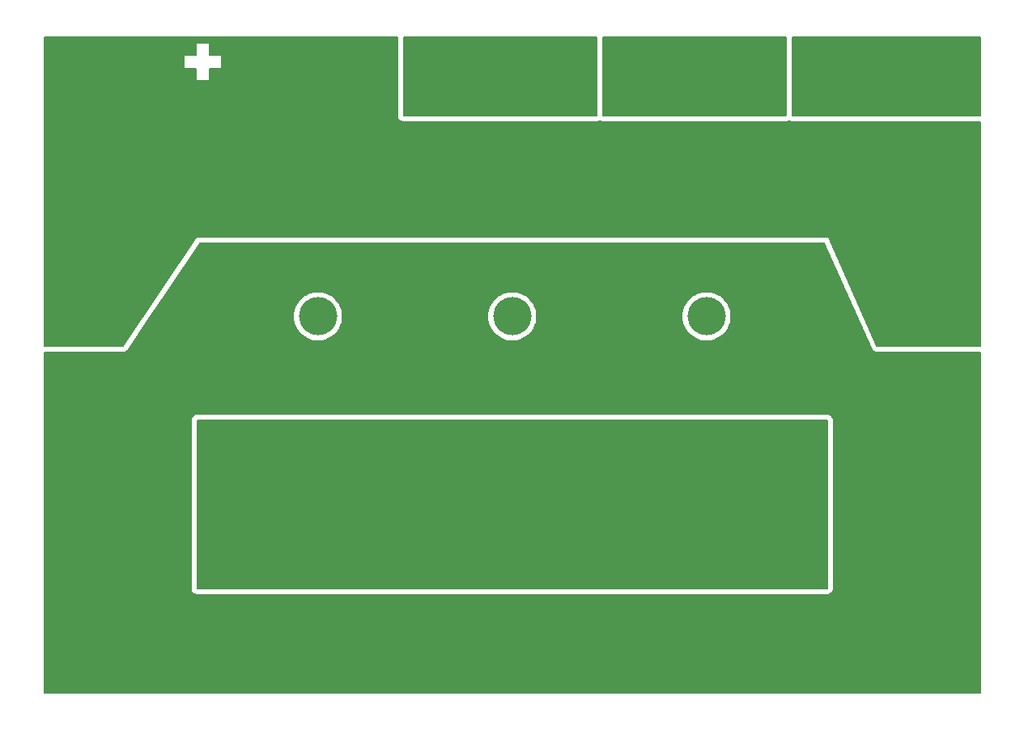
<source format=gbr>
%TF.GenerationSoftware,KiCad,Pcbnew,(6.0.4-0)*%
%TF.CreationDate,2022-04-13T07:58:13+02:00*%
%TF.ProjectId,impedance_testboard,696d7065-6461-46e6-9365-5f7465737462,rev?*%
%TF.SameCoordinates,PX48ab840PY791ddc0*%
%TF.FileFunction,Copper,L2,Bot*%
%TF.FilePolarity,Positive*%
%FSLAX46Y46*%
G04 Gerber Fmt 4.6, Leading zero omitted, Abs format (unit mm)*
G04 Created by KiCad (PCBNEW (6.0.4-0)) date 2022-04-13 07:58:13*
%MOMM*%
%LPD*%
G01*
G04 APERTURE LIST*
G04 Aperture macros list*
%AMRoundRect*
0 Rectangle with rounded corners*
0 $1 Rounding radius*
0 $2 $3 $4 $5 $6 $7 $8 $9 X,Y pos of 4 corners*
0 Add a 4 corners polygon primitive as box body*
4,1,4,$2,$3,$4,$5,$6,$7,$8,$9,$2,$3,0*
0 Add four circle primitives for the rounded corners*
1,1,$1+$1,$2,$3*
1,1,$1+$1,$4,$5*
1,1,$1+$1,$6,$7*
1,1,$1+$1,$8,$9*
0 Add four rect primitives between the rounded corners*
20,1,$1+$1,$2,$3,$4,$5,0*
20,1,$1+$1,$4,$5,$6,$7,0*
20,1,$1+$1,$6,$7,$8,$9,0*
20,1,$1+$1,$8,$9,$2,$3,0*%
G04 Aperture macros list end*
%TA.AperFunction,ComponentPad*%
%ADD10R,1.700000X1.700000*%
%TD*%
%TA.AperFunction,ComponentPad*%
%ADD11O,1.700000X1.700000*%
%TD*%
%TA.AperFunction,ComponentPad*%
%ADD12C,2.000000*%
%TD*%
%TA.AperFunction,SMDPad,CuDef*%
%ADD13RoundRect,0.250000X-0.650000X0.412500X-0.650000X-0.412500X0.650000X-0.412500X0.650000X0.412500X0*%
%TD*%
%TA.AperFunction,SMDPad,CuDef*%
%ADD14RoundRect,0.250000X-0.625000X0.400000X-0.625000X-0.400000X0.625000X-0.400000X0.625000X0.400000X0*%
%TD*%
%TA.AperFunction,ViaPad*%
%ADD15C,4.000000*%
%TD*%
G04 APERTURE END LIST*
D10*
%TO.P,J16,1,Pin_1*%
%TO.N,/GND*%
X6350000Y3810000D03*
D11*
%TO.P,J16,2,Pin_2*%
X3810000Y3810000D03*
%TD*%
D10*
%TO.P,J15,1,Pin_1*%
%TO.N,/GND*%
X92710000Y3810000D03*
D11*
%TO.P,J15,2,Pin_2*%
X95250000Y3810000D03*
%TD*%
D10*
%TO.P,J14,1,Pin_1*%
%TO.N,/VCC*%
X27940000Y66040000D03*
D11*
%TO.P,J14,2,Pin_2*%
X30480000Y66040000D03*
%TD*%
D10*
%TO.P,J13,1,Pin_1*%
%TO.N,/VCC*%
X6350000Y66040000D03*
D11*
%TO.P,J13,2,Pin_2*%
X3810000Y66040000D03*
%TD*%
D12*
%TO.P,C12,1*%
%TO.N,/VCC*%
X59690000Y26610000D03*
%TO.P,C12,2*%
%TO.N,/GND*%
X59690000Y34110000D03*
%TD*%
D10*
%TO.P,J1,1,Pin_1*%
%TO.N,/R1*%
X85090000Y66040000D03*
D11*
%TO.P,J1,2,Pin_2*%
X82550000Y66040000D03*
%TD*%
D10*
%TO.P,J8,1,Pin_1*%
%TO.N,/R0.1*%
X64770000Y66040000D03*
D11*
%TO.P,J8,2,Pin_2*%
X62230000Y66040000D03*
%TD*%
D10*
%TO.P,J5,1,Pin_1*%
%TO.N,/GND*%
X93980000Y26670000D03*
D11*
%TO.P,J5,2,Pin_2*%
X93980000Y29210000D03*
%TD*%
D12*
%TO.P,C15,1*%
%TO.N,/VCC*%
X80010000Y53340000D03*
%TO.P,C15,2*%
%TO.N,/GND*%
X80010000Y45840000D03*
%TD*%
%TO.P,C8,1*%
%TO.N,/VCC*%
X39370000Y13910000D03*
%TO.P,C8,2*%
%TO.N,/GND*%
X39370000Y6410000D03*
%TD*%
%TO.P,C14,1*%
%TO.N,/VCC*%
X80010000Y13970000D03*
%TO.P,C14,2*%
%TO.N,/GND*%
X80010000Y6470000D03*
%TD*%
%TO.P,C5,1*%
%TO.N,/VCC*%
X19050000Y13910000D03*
%TO.P,C5,2*%
%TO.N,/GND*%
X19050000Y6410000D03*
%TD*%
D10*
%TO.P,J7,1,Pin_1*%
%TO.N,/R0.05*%
X52070000Y66040000D03*
D11*
%TO.P,J7,2,Pin_2*%
X54610000Y66040000D03*
%TD*%
D12*
%TO.P,C9,1*%
%TO.N,/VCC*%
X39370000Y53340000D03*
%TO.P,C9,2*%
%TO.N,/GND*%
X39370000Y45840000D03*
%TD*%
D10*
%TO.P,J9,1,Pin_1*%
%TO.N,/R1*%
X92710000Y66040000D03*
D11*
%TO.P,J9,2,Pin_2*%
X95250000Y66040000D03*
%TD*%
D12*
%TO.P,C13,1*%
%TO.N,/VCC*%
X80010000Y26610000D03*
%TO.P,C13,2*%
%TO.N,/GND*%
X80010000Y34110000D03*
%TD*%
%TO.P,C7,1*%
%TO.N,/VCC*%
X39370000Y26610000D03*
%TO.P,C7,2*%
%TO.N,/GND*%
X39370000Y34110000D03*
%TD*%
D10*
%TO.P,J4,1,Pin_1*%
%TO.N,/GND*%
X6350000Y32727500D03*
%TD*%
D12*
%TO.P,C10,1*%
%TO.N,/VCC*%
X59690000Y53280000D03*
%TO.P,C10,2*%
%TO.N,/GND*%
X59690000Y45780000D03*
%TD*%
D10*
%TO.P,J3,1,Pin_1*%
%TO.N,/VCC*%
X6350000Y39077500D03*
%TD*%
%TO.P,J2,1,Pin_1*%
%TO.N,/VCC*%
X93980000Y45720000D03*
D11*
%TO.P,J2,2,Pin_2*%
X93980000Y43180000D03*
%TD*%
D10*
%TO.P,J11,1,Pin_1*%
%TO.N,/VCC*%
X93980000Y53340000D03*
D11*
%TO.P,J11,2,Pin_2*%
X93980000Y55880000D03*
%TD*%
D12*
%TO.P,C11,1*%
%TO.N,/VCC*%
X59690000Y13970000D03*
%TO.P,C11,2*%
%TO.N,/GND*%
X59690000Y6470000D03*
%TD*%
D10*
%TO.P,J10,1,Pin_1*%
%TO.N,/R0.05*%
X44450000Y66040000D03*
D11*
%TO.P,J10,2,Pin_2*%
X41910000Y66040000D03*
%TD*%
D12*
%TO.P,C6,1*%
%TO.N,/VCC*%
X19050000Y53340000D03*
%TO.P,C6,2*%
%TO.N,/GND*%
X19050000Y45840000D03*
%TD*%
D10*
%TO.P,J12,1,Pin_1*%
%TO.N,/GND*%
X93980000Y19050000D03*
D11*
%TO.P,J12,2,Pin_2*%
X93980000Y16510000D03*
%TD*%
D12*
%TO.P,C4,1*%
%TO.N,/VCC*%
X19050000Y26610000D03*
%TO.P,C4,2*%
%TO.N,/GND*%
X19050000Y34110000D03*
%TD*%
D10*
%TO.P,J6,1,Pin_1*%
%TO.N,/R0.1*%
X72390000Y66040000D03*
D11*
%TO.P,J6,2,Pin_2*%
X74930000Y66040000D03*
%TD*%
D13*
%TO.P,C3,1*%
%TO.N,/VCC*%
X91440000Y38100000D03*
%TO.P,C3,2*%
%TO.N,/GND*%
X91440000Y34975000D03*
%TD*%
D14*
%TO.P,R4,1*%
%TO.N,/R0.05*%
X41930000Y62510000D03*
%TO.P,R4,2*%
%TO.N,/VCC*%
X41930000Y59410000D03*
%TD*%
%TO.P,R2,1*%
%TO.N,/R0.1*%
X68580000Y62230000D03*
%TO.P,R2,2*%
%TO.N,/VCC*%
X68580000Y59130000D03*
%TD*%
%TO.P,R7,1*%
%TO.N,/R0.05*%
X51550000Y62510000D03*
%TO.P,R7,2*%
%TO.N,/VCC*%
X51550000Y59410000D03*
%TD*%
%TO.P,R3,1*%
%TO.N,/R0.05*%
X45220000Y62510000D03*
%TO.P,R3,2*%
%TO.N,/VCC*%
X45220000Y59410000D03*
%TD*%
%TO.P,R6,2*%
%TO.N,/VCC*%
X48260000Y59410000D03*
%TO.P,R6,1*%
%TO.N,/R0.05*%
X48260000Y62510000D03*
%TD*%
D13*
%TO.P,C1,1*%
%TO.N,/VCC*%
X96520000Y38100000D03*
%TO.P,C1,2*%
%TO.N,/GND*%
X96520000Y34975000D03*
%TD*%
%TO.P,C2,1*%
%TO.N,/VCC*%
X93980000Y38100000D03*
%TO.P,C2,2*%
%TO.N,/GND*%
X93980000Y34975000D03*
%TD*%
D14*
%TO.P,R5,1*%
%TO.N,/R0.05*%
X54610000Y62510000D03*
%TO.P,R5,2*%
%TO.N,/VCC*%
X54610000Y59410000D03*
%TD*%
%TO.P,R1,1*%
%TO.N,/R1*%
X88900000Y62230000D03*
%TO.P,R1,2*%
%TO.N,/VCC*%
X88900000Y59130000D03*
%TD*%
D15*
%TO.N,/VCC*%
X69850000Y40005000D03*
X49530000Y40005000D03*
X88900000Y40005000D03*
X29210000Y40005000D03*
X69850000Y57150000D03*
X69850000Y20320000D03*
X49530000Y57150000D03*
X49530000Y20320000D03*
X29210000Y57150000D03*
X29210000Y20320000D03*
%TD*%
%TA.AperFunction,Conductor*%
%TO.N,/GND*%
G36*
X82202527Y47726498D02*
G01*
X82249546Y47671673D01*
X87125637Y36700470D01*
X87125640Y36700464D01*
X87127502Y36696275D01*
X87206958Y36570538D01*
X87209939Y36567062D01*
X87209942Y36567058D01*
X87250994Y36519191D01*
X87253977Y36515713D01*
X87257432Y36512704D01*
X87329717Y36449746D01*
X87366145Y36418018D01*
X87499094Y36357302D01*
X87522848Y36350327D01*
X87562892Y36338569D01*
X87562896Y36338568D01*
X87567215Y36337300D01*
X87571664Y36336660D01*
X87571670Y36336659D01*
X87707437Y36317139D01*
X87707442Y36317139D01*
X87711884Y36316500D01*
X98425500Y36316500D01*
X98493621Y36296498D01*
X98540114Y36242842D01*
X98551500Y36190500D01*
X98551500Y634500D01*
X98531498Y566379D01*
X98477842Y519886D01*
X98425500Y508500D01*
X634500Y508500D01*
X566379Y528502D01*
X519886Y582158D01*
X508500Y634500D01*
X508500Y11556000D01*
X15996500Y11556000D01*
X16008234Y11446851D01*
X16008952Y11443551D01*
X16008952Y11443550D01*
X16015961Y11411331D01*
X16019620Y11394509D01*
X16054290Y11290343D01*
X16133308Y11167388D01*
X16179801Y11113732D01*
X16183194Y11110792D01*
X16283450Y11023919D01*
X16283453Y11023917D01*
X16290261Y11018018D01*
X16423210Y10957302D01*
X16446964Y10950327D01*
X16487008Y10938569D01*
X16487012Y10938568D01*
X16491331Y10937300D01*
X16495780Y10936660D01*
X16495786Y10936659D01*
X16631553Y10917139D01*
X16631558Y10917139D01*
X16636000Y10916500D01*
X82424000Y10916500D01*
X82427346Y10916860D01*
X82427351Y10916860D01*
X82529785Y10927872D01*
X82529792Y10927873D01*
X82533149Y10928234D01*
X82536450Y10928952D01*
X82582210Y10938906D01*
X82582215Y10938907D01*
X82585491Y10939620D01*
X82689657Y10974290D01*
X82812612Y11053308D01*
X82866268Y11099801D01*
X82921888Y11163990D01*
X82956081Y11203450D01*
X82956083Y11203453D01*
X82961982Y11210261D01*
X83022698Y11343210D01*
X83042700Y11411331D01*
X83047333Y11443550D01*
X83062861Y11551553D01*
X83062861Y11551558D01*
X83063500Y11556000D01*
X83063500Y29084000D01*
X83051766Y29193149D01*
X83051048Y29196450D01*
X83041094Y29242210D01*
X83041093Y29242215D01*
X83040380Y29245491D01*
X83005710Y29349657D01*
X82926692Y29472612D01*
X82880199Y29526268D01*
X82870933Y29534297D01*
X82776550Y29616081D01*
X82776547Y29616083D01*
X82769739Y29621982D01*
X82636790Y29682698D01*
X82613036Y29689673D01*
X82572992Y29701431D01*
X82572988Y29701432D01*
X82568669Y29702700D01*
X82564220Y29703340D01*
X82564214Y29703341D01*
X82428447Y29722861D01*
X82428442Y29722861D01*
X82424000Y29723500D01*
X16636000Y29723500D01*
X16632654Y29723140D01*
X16632649Y29723140D01*
X16530215Y29712128D01*
X16530208Y29712127D01*
X16526851Y29711766D01*
X16523551Y29711048D01*
X16523550Y29711048D01*
X16477790Y29701094D01*
X16477785Y29701093D01*
X16474509Y29700380D01*
X16370343Y29665710D01*
X16247388Y29586692D01*
X16193732Y29540199D01*
X16190792Y29536806D01*
X16103919Y29436550D01*
X16103917Y29436547D01*
X16098018Y29429739D01*
X16037302Y29296790D01*
X16017300Y29228669D01*
X16016660Y29224220D01*
X16016659Y29224214D01*
X16012193Y29193149D01*
X15996500Y29084000D01*
X15996500Y11556000D01*
X508500Y11556000D01*
X508500Y36190500D01*
X528502Y36258621D01*
X582158Y36305114D01*
X634500Y36316500D01*
X8822567Y36316500D01*
X8868749Y36321269D01*
X8924258Y36327001D01*
X8924264Y36327002D01*
X8927499Y36327336D01*
X8930680Y36328000D01*
X8930686Y36328001D01*
X8974733Y36337196D01*
X8974737Y36337197D01*
X8977908Y36337859D01*
X9078415Y36369910D01*
X9085003Y36373989D01*
X9085005Y36373990D01*
X9198847Y36444478D01*
X9198848Y36444479D01*
X9202681Y36446852D01*
X9257110Y36492437D01*
X9354663Y36601269D01*
X11623817Y40005000D01*
X26696540Y40005000D01*
X26716359Y39689980D01*
X26775505Y39379928D01*
X26873044Y39079734D01*
X26874731Y39076148D01*
X26874733Y39076144D01*
X27005750Y38797717D01*
X27005754Y38797710D01*
X27007438Y38794131D01*
X27176568Y38527625D01*
X27377767Y38284418D01*
X27607860Y38068346D01*
X27863221Y37882816D01*
X28139821Y37730753D01*
X28143490Y37729300D01*
X28143495Y37729298D01*
X28429628Y37616010D01*
X28433298Y37614557D01*
X28739025Y37536060D01*
X29052179Y37496500D01*
X29367821Y37496500D01*
X29680975Y37536060D01*
X29986702Y37614557D01*
X29990372Y37616010D01*
X30276505Y37729298D01*
X30276510Y37729300D01*
X30280179Y37730753D01*
X30556779Y37882816D01*
X30812140Y38068346D01*
X31042233Y38284418D01*
X31243432Y38527625D01*
X31412562Y38794131D01*
X31414246Y38797710D01*
X31414250Y38797717D01*
X31545267Y39076144D01*
X31545269Y39076148D01*
X31546956Y39079734D01*
X31644495Y39379928D01*
X31703641Y39689980D01*
X31723460Y40005000D01*
X47016540Y40005000D01*
X47036359Y39689980D01*
X47095505Y39379928D01*
X47193044Y39079734D01*
X47194731Y39076148D01*
X47194733Y39076144D01*
X47325750Y38797717D01*
X47325754Y38797710D01*
X47327438Y38794131D01*
X47496568Y38527625D01*
X47697767Y38284418D01*
X47927860Y38068346D01*
X48183221Y37882816D01*
X48459821Y37730753D01*
X48463490Y37729300D01*
X48463495Y37729298D01*
X48749628Y37616010D01*
X48753298Y37614557D01*
X49059025Y37536060D01*
X49372179Y37496500D01*
X49687821Y37496500D01*
X50000975Y37536060D01*
X50306702Y37614557D01*
X50310372Y37616010D01*
X50596505Y37729298D01*
X50596510Y37729300D01*
X50600179Y37730753D01*
X50876779Y37882816D01*
X51132140Y38068346D01*
X51362233Y38284418D01*
X51563432Y38527625D01*
X51732562Y38794131D01*
X51734246Y38797710D01*
X51734250Y38797717D01*
X51865267Y39076144D01*
X51865269Y39076148D01*
X51866956Y39079734D01*
X51964495Y39379928D01*
X52023641Y39689980D01*
X52043460Y40005000D01*
X67336540Y40005000D01*
X67356359Y39689980D01*
X67415505Y39379928D01*
X67513044Y39079734D01*
X67514731Y39076148D01*
X67514733Y39076144D01*
X67645750Y38797717D01*
X67645754Y38797710D01*
X67647438Y38794131D01*
X67816568Y38527625D01*
X68017767Y38284418D01*
X68247860Y38068346D01*
X68503221Y37882816D01*
X68779821Y37730753D01*
X68783490Y37729300D01*
X68783495Y37729298D01*
X69069628Y37616010D01*
X69073298Y37614557D01*
X69379025Y37536060D01*
X69692179Y37496500D01*
X70007821Y37496500D01*
X70320975Y37536060D01*
X70626702Y37614557D01*
X70630372Y37616010D01*
X70916505Y37729298D01*
X70916510Y37729300D01*
X70920179Y37730753D01*
X71196779Y37882816D01*
X71452140Y38068346D01*
X71682233Y38284418D01*
X71883432Y38527625D01*
X72052562Y38794131D01*
X72054246Y38797710D01*
X72054250Y38797717D01*
X72185267Y39076144D01*
X72185269Y39076148D01*
X72186956Y39079734D01*
X72284495Y39379928D01*
X72343641Y39689980D01*
X72363460Y40005000D01*
X72343641Y40320020D01*
X72284495Y40630072D01*
X72186956Y40930266D01*
X72185267Y40933856D01*
X72054250Y41212283D01*
X72054246Y41212290D01*
X72052562Y41215869D01*
X71883432Y41482375D01*
X71682233Y41725582D01*
X71452140Y41941654D01*
X71196779Y42127184D01*
X70920179Y42279247D01*
X70916510Y42280700D01*
X70916505Y42280702D01*
X70630372Y42393990D01*
X70630371Y42393990D01*
X70626702Y42395443D01*
X70320975Y42473940D01*
X70007821Y42513500D01*
X69692179Y42513500D01*
X69379025Y42473940D01*
X69073298Y42395443D01*
X69069629Y42393990D01*
X69069628Y42393990D01*
X68783495Y42280702D01*
X68783490Y42280700D01*
X68779821Y42279247D01*
X68503221Y42127184D01*
X68247860Y41941654D01*
X68017767Y41725582D01*
X67816568Y41482375D01*
X67647438Y41215869D01*
X67645754Y41212290D01*
X67645750Y41212283D01*
X67514733Y40933856D01*
X67513044Y40930266D01*
X67415505Y40630072D01*
X67356359Y40320020D01*
X67336540Y40005000D01*
X52043460Y40005000D01*
X52023641Y40320020D01*
X51964495Y40630072D01*
X51866956Y40930266D01*
X51865267Y40933856D01*
X51734250Y41212283D01*
X51734246Y41212290D01*
X51732562Y41215869D01*
X51563432Y41482375D01*
X51362233Y41725582D01*
X51132140Y41941654D01*
X50876779Y42127184D01*
X50600179Y42279247D01*
X50596510Y42280700D01*
X50596505Y42280702D01*
X50310372Y42393990D01*
X50310371Y42393990D01*
X50306702Y42395443D01*
X50000975Y42473940D01*
X49687821Y42513500D01*
X49372179Y42513500D01*
X49059025Y42473940D01*
X48753298Y42395443D01*
X48749629Y42393990D01*
X48749628Y42393990D01*
X48463495Y42280702D01*
X48463490Y42280700D01*
X48459821Y42279247D01*
X48183221Y42127184D01*
X47927860Y41941654D01*
X47697767Y41725582D01*
X47496568Y41482375D01*
X47327438Y41215869D01*
X47325754Y41212290D01*
X47325750Y41212283D01*
X47194733Y40933856D01*
X47193044Y40930266D01*
X47095505Y40630072D01*
X47036359Y40320020D01*
X47016540Y40005000D01*
X31723460Y40005000D01*
X31703641Y40320020D01*
X31644495Y40630072D01*
X31546956Y40930266D01*
X31545267Y40933856D01*
X31414250Y41212283D01*
X31414246Y41212290D01*
X31412562Y41215869D01*
X31243432Y41482375D01*
X31042233Y41725582D01*
X30812140Y41941654D01*
X30556779Y42127184D01*
X30280179Y42279247D01*
X30276510Y42280700D01*
X30276505Y42280702D01*
X29990372Y42393990D01*
X29990371Y42393990D01*
X29986702Y42395443D01*
X29680975Y42473940D01*
X29367821Y42513500D01*
X29052179Y42513500D01*
X28739025Y42473940D01*
X28433298Y42395443D01*
X28429629Y42393990D01*
X28429628Y42393990D01*
X28143495Y42280702D01*
X28143490Y42280700D01*
X28139821Y42279247D01*
X27863221Y42127184D01*
X27607860Y41941654D01*
X27377767Y41725582D01*
X27176568Y41482375D01*
X27007438Y41215869D01*
X27005754Y41212290D01*
X27005750Y41212283D01*
X26874733Y40933856D01*
X26873044Y40930266D01*
X26775505Y40630072D01*
X26716359Y40320020D01*
X26696540Y40005000D01*
X11623817Y40005000D01*
X13296150Y42513500D01*
X16747412Y47690392D01*
X16801841Y47735977D01*
X16852250Y47746500D01*
X82134406Y47746500D01*
X82202527Y47726498D01*
G37*
%TD.AperFunction*%
%TD*%
%TA.AperFunction,Conductor*%
%TO.N,/R0.05*%
G36*
X58362121Y69321498D02*
G01*
X58408614Y69267842D01*
X58420000Y69215500D01*
X58420000Y61086000D01*
X58399998Y61017879D01*
X58346342Y60971386D01*
X58294000Y60960000D01*
X38226000Y60960000D01*
X38157879Y60980002D01*
X38111386Y61033658D01*
X38100000Y61086000D01*
X38100000Y69215500D01*
X38120002Y69283621D01*
X38173658Y69330114D01*
X38226000Y69341500D01*
X58294000Y69341500D01*
X58362121Y69321498D01*
G37*
%TD.AperFunction*%
%TD*%
%TA.AperFunction,Conductor*%
%TO.N,/R1*%
G36*
X98493621Y69321498D02*
G01*
X98540114Y69267842D01*
X98551500Y69215500D01*
X98551500Y61086000D01*
X98531498Y61017879D01*
X98477842Y60971386D01*
X98425500Y60960000D01*
X78866000Y60960000D01*
X78797879Y60980002D01*
X78751386Y61033658D01*
X78740000Y61086000D01*
X78740000Y69215500D01*
X78760002Y69283621D01*
X78813658Y69330114D01*
X78866000Y69341500D01*
X98425500Y69341500D01*
X98493621Y69321498D01*
G37*
%TD.AperFunction*%
%TD*%
%TA.AperFunction,Conductor*%
%TO.N,/VCC*%
G36*
X37528621Y69321498D02*
G01*
X37575114Y69267842D01*
X37586500Y69215500D01*
X37586500Y61086000D01*
X37598234Y60976851D01*
X37609620Y60924509D01*
X37644290Y60820343D01*
X37723308Y60697388D01*
X37769801Y60643732D01*
X37773194Y60640792D01*
X37873450Y60553919D01*
X37873453Y60553917D01*
X37880261Y60548018D01*
X38013210Y60487302D01*
X38036964Y60480327D01*
X38077008Y60468569D01*
X38077012Y60468568D01*
X38081331Y60467300D01*
X38085780Y60466660D01*
X38085786Y60466659D01*
X38221553Y60447139D01*
X38221558Y60447139D01*
X38226000Y60446500D01*
X58294000Y60446500D01*
X58297346Y60446860D01*
X58297351Y60446860D01*
X58399785Y60457872D01*
X58399792Y60457873D01*
X58403149Y60458234D01*
X58420002Y60461900D01*
X58452210Y60468906D01*
X58452215Y60468907D01*
X58455491Y60469620D01*
X58559657Y60504290D01*
X58566289Y60508552D01*
X58566291Y60508553D01*
X58605573Y60533798D01*
X58673694Y60553799D01*
X58726034Y60542413D01*
X58846710Y60487302D01*
X58870464Y60480327D01*
X58910508Y60468569D01*
X58910512Y60468568D01*
X58914831Y60467300D01*
X58919280Y60466660D01*
X58919286Y60466659D01*
X59055053Y60447139D01*
X59055058Y60447139D01*
X59059500Y60446500D01*
X78100500Y60446500D01*
X78103846Y60446860D01*
X78103851Y60446860D01*
X78206285Y60457872D01*
X78206292Y60457873D01*
X78209649Y60458234D01*
X78226502Y60461900D01*
X78258710Y60468906D01*
X78258715Y60468907D01*
X78261991Y60469620D01*
X78366157Y60504290D01*
X78372789Y60508552D01*
X78372791Y60508553D01*
X78412073Y60533798D01*
X78480194Y60553799D01*
X78532534Y60542413D01*
X78653210Y60487302D01*
X78676964Y60480327D01*
X78717008Y60468569D01*
X78717012Y60468568D01*
X78721331Y60467300D01*
X78725780Y60466660D01*
X78725786Y60466659D01*
X78861553Y60447139D01*
X78861558Y60447139D01*
X78866000Y60446500D01*
X98425500Y60446500D01*
X98493621Y60426498D01*
X98540114Y60372842D01*
X98551500Y60320500D01*
X98551500Y36956000D01*
X98531498Y36887879D01*
X98477842Y36841386D01*
X98425500Y36830000D01*
X87711884Y36830000D01*
X87643763Y36850002D01*
X87596744Y36904827D01*
X82557359Y48243442D01*
X82550000Y48260000D01*
X16510000Y48260000D01*
X16502782Y48249173D01*
X16502781Y48249172D01*
X8927405Y36886108D01*
X8872976Y36840523D01*
X8822567Y36830000D01*
X634500Y36830000D01*
X566379Y36850002D01*
X519886Y36903658D01*
X508500Y36956000D01*
X508500Y66040000D01*
X15240000Y66040000D01*
X16384000Y66040000D01*
X16452121Y66019998D01*
X16498614Y65966342D01*
X16510000Y65914000D01*
X16510000Y64770000D01*
X17780000Y64770000D01*
X17780000Y65914000D01*
X17800002Y65982121D01*
X17853658Y66028614D01*
X17906000Y66040000D01*
X19050000Y66040000D01*
X19050000Y67310000D01*
X17906000Y67310000D01*
X17837879Y67330002D01*
X17791386Y67383658D01*
X17780000Y67436000D01*
X17780000Y68580000D01*
X16510000Y68580000D01*
X16510000Y67436000D01*
X16489998Y67367879D01*
X16436342Y67321386D01*
X16384000Y67310000D01*
X15240000Y67310000D01*
X15240000Y66040000D01*
X508500Y66040000D01*
X508500Y69215500D01*
X528502Y69283621D01*
X582158Y69330114D01*
X634500Y69341500D01*
X37460500Y69341500D01*
X37528621Y69321498D01*
G37*
%TD.AperFunction*%
%TD*%
%TA.AperFunction,Conductor*%
%TO.N,/VCC*%
G36*
X82492121Y29189998D02*
G01*
X82538614Y29136342D01*
X82550000Y29084000D01*
X82550000Y11556000D01*
X82529998Y11487879D01*
X82476342Y11441386D01*
X82424000Y11430000D01*
X16636000Y11430000D01*
X16567879Y11450002D01*
X16521386Y11503658D01*
X16510000Y11556000D01*
X16510000Y29084000D01*
X16530002Y29152121D01*
X16583658Y29198614D01*
X16636000Y29210000D01*
X82424000Y29210000D01*
X82492121Y29189998D01*
G37*
%TD.AperFunction*%
%TD*%
%TA.AperFunction,Conductor*%
%TO.N,/R0.1*%
G36*
X78168621Y69321498D02*
G01*
X78215114Y69267842D01*
X78226500Y69215500D01*
X78226500Y61086000D01*
X78206498Y61017879D01*
X78152842Y60971386D01*
X78100500Y60960000D01*
X59059500Y60960000D01*
X58991379Y60980002D01*
X58944886Y61033658D01*
X58933500Y61086000D01*
X58933500Y69215500D01*
X58953502Y69283621D01*
X59007158Y69330114D01*
X59059500Y69341500D01*
X78100500Y69341500D01*
X78168621Y69321498D01*
G37*
%TD.AperFunction*%
%TD*%
M02*

</source>
